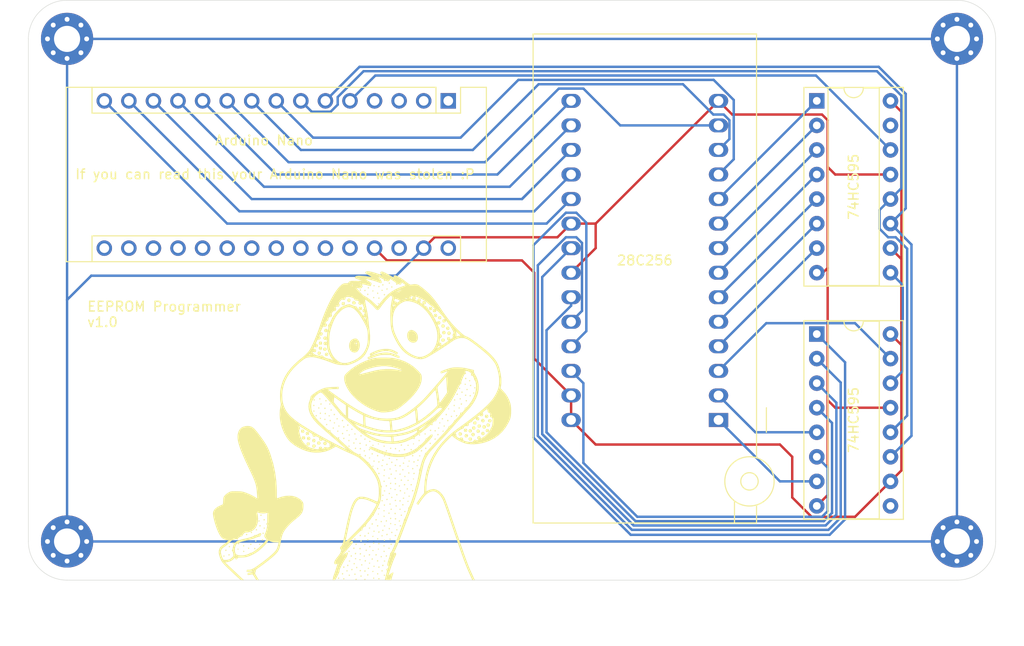
<source format=kicad_pcb>
(kicad_pcb (version 20171130) (host pcbnew 5.1.10)
  (layers (0 F.Cu signal) (31 B.Cu signal) (34 B.Paste user) (35 F.Paste user) (36 B.SilkS user) (37 F.SilkS user) (38 B.Mask user) (39 F.Mask user) (44 Edge.Cuts user))
  (net 0 "")
  (net 1 "Net-(A1-Pad16)")
  (net 2 "Net-(A1-Pad15)")
  (net 3 "Net-(A1-Pad30)")
  (net 4 "Net-(A1-Pad14)")
  (net 5 GND)
  (net 6 "Net-(A1-Pad13)")
  (net 7 "Net-(A1-Pad28)")
  (net 8 "Net-(A1-Pad12)")
  (net 9 VCC)
  (net 10 "Net-(A1-Pad11)")
  (net 11 "Net-(A1-Pad26)")
  (net 12 "Net-(A1-Pad10)")
  (net 13 "Net-(A1-Pad25)")
  (net 14 "Net-(A1-Pad9)")
  (net 15 "Net-(A1-Pad24)")
  (net 16 "Net-(A1-Pad8)")
  (net 17 "Net-(A1-Pad23)")
  (net 18 "Net-(A1-Pad7)")
  (net 19 "Net-(A1-Pad22)")
  (net 20 "Net-(A1-Pad6)")
  (net 21 "Net-(A1-Pad21)")
  (net 22 "Net-(A1-Pad5)")
  (net 23 "Net-(A1-Pad20)")
  (net 24 "Net-(A1-Pad4)")
  (net 25 "Net-(A1-Pad19)")
  (net 26 "Net-(A1-Pad3)")
  (net 27 "Net-(A1-Pad18)")
  (net 28 "Net-(A1-Pad2)")
  (net 29 "Net-(A1-Pad17)")
  (net 30 "Net-(A1-Pad1)")
  (net 31 "Net-(U1-Pad15)")
  (net 32 "Net-(U1-Pad7)")
  (net 33 "Net-(U1-Pad6)")
  (net 34 "Net-(U1-Pad5)")
  (net 35 "Net-(U1-Pad4)")
  (net 36 "Net-(U1-Pad3)")
  (net 37 "Net-(U1-Pad2)")
  (net 38 "Net-(U1-Pad9)")
  (net 39 "Net-(U1-Pad1)")
  (net 40 "Net-(U2-Pad15)")
  (net 41 "Net-(U2-Pad7)")
  (net 42 "Net-(U2-Pad6)")
  (net 43 "Net-(U2-Pad5)")
  (net 44 "Net-(U2-Pad4)")
  (net 45 "Net-(U2-Pad3)")
  (net 46 "Net-(U2-Pad2)")
  (net 47 "Net-(U2-Pad9)")
  (net 48 "Net-(U2-Pad1)")
  (module personalLIB:timon_31x32 (layer F.Cu) (at 131.985 105.92)
    (fp_text reference G*** hide)
    (fp_text value LOGO hide)
  )
  (module MountingHole:MountingHole_2.7mm_Pad_Via (layer F.Cu) (at 101.485 117.92)
    (fp_text reference H4 hide)
    (fp_text value MountingHole_Pad)
    (pad 1 thru_hole circle (at 1.431891 -1.431891) (size 0.8 0.8) (drill 0.5) (layers *.Cu *.Mask) (net 5 GND))
    (pad 1 thru_hole circle (at 0 -2.025) (size 0.8 0.8) (drill 0.5) (layers *.Cu *.Mask) (net 5 GND))
    (pad 1 thru_hole circle (at -1.431891 -1.431891) (size 0.8 0.8) (drill 0.5) (layers *.Cu *.Mask) (net 5 GND))
    (pad 1 thru_hole circle (at -2.025 0) (size 0.8 0.8) (drill 0.5) (layers *.Cu *.Mask) (net 5 GND))
    (pad 1 thru_hole circle (at -1.431891 1.431891) (size 0.8 0.8) (drill 0.5) (layers *.Cu *.Mask) (net 5 GND))
    (pad 1 thru_hole circle (at 0 2.025) (size 0.8 0.8) (drill 0.5) (layers *.Cu *.Mask) (net 5 GND))
    (pad 1 thru_hole circle (at 1.431891 1.431891) (size 0.8 0.8) (drill 0.5) (layers *.Cu *.Mask) (net 5 GND))
    (pad 1 thru_hole circle (at 2.025 0) (size 0.8 0.8) (drill 0.5) (layers *.Cu *.Mask) (net 5 GND))
    (pad 1 thru_hole circle (at 0 0) (size 5.4 5.4) (drill 2.7) (layers *.Cu *.Mask) (net 5 GND))
  )
  (module MountingHole:MountingHole_2.7mm_Pad_Via (layer F.Cu) (at 193.485 117.92)
    (fp_text reference H3 hide)
    (fp_text value MountingHole_Pad)
    (pad 1 thru_hole circle (at 1.431891 -1.431891) (size 0.8 0.8) (drill 0.5) (layers *.Cu *.Mask) (net 5 GND))
    (pad 1 thru_hole circle (at 0 -2.025) (size 0.8 0.8) (drill 0.5) (layers *.Cu *.Mask) (net 5 GND))
    (pad 1 thru_hole circle (at -1.431891 -1.431891) (size 0.8 0.8) (drill 0.5) (layers *.Cu *.Mask) (net 5 GND))
    (pad 1 thru_hole circle (at -2.025 0) (size 0.8 0.8) (drill 0.5) (layers *.Cu *.Mask) (net 5 GND))
    (pad 1 thru_hole circle (at -1.431891 1.431891) (size 0.8 0.8) (drill 0.5) (layers *.Cu *.Mask) (net 5 GND))
    (pad 1 thru_hole circle (at 0 2.025) (size 0.8 0.8) (drill 0.5) (layers *.Cu *.Mask) (net 5 GND))
    (pad 1 thru_hole circle (at 1.431891 1.431891) (size 0.8 0.8) (drill 0.5) (layers *.Cu *.Mask) (net 5 GND))
    (pad 1 thru_hole circle (at 2.025 0) (size 0.8 0.8) (drill 0.5) (layers *.Cu *.Mask) (net 5 GND))
    (pad 1 thru_hole circle (at 0 0) (size 5.4 5.4) (drill 2.7) (layers *.Cu *.Mask) (net 5 GND))
  )
  (module MountingHole:MountingHole_2.7mm_Pad_Via (layer F.Cu) (at 193.485 65.92)
    (fp_text reference H2 hide)
    (fp_text value MountingHole_Pad)
    (pad 1 thru_hole circle (at 1.431891 -1.431891) (size 0.8 0.8) (drill 0.5) (layers *.Cu *.Mask) (net 5 GND))
    (pad 1 thru_hole circle (at 0 -2.025) (size 0.8 0.8) (drill 0.5) (layers *.Cu *.Mask) (net 5 GND))
    (pad 1 thru_hole circle (at -1.431891 -1.431891) (size 0.8 0.8) (drill 0.5) (layers *.Cu *.Mask) (net 5 GND))
    (pad 1 thru_hole circle (at -2.025 0) (size 0.8 0.8) (drill 0.5) (layers *.Cu *.Mask) (net 5 GND))
    (pad 1 thru_hole circle (at -1.431891 1.431891) (size 0.8 0.8) (drill 0.5) (layers *.Cu *.Mask) (net 5 GND))
    (pad 1 thru_hole circle (at 0 2.025) (size 0.8 0.8) (drill 0.5) (layers *.Cu *.Mask) (net 5 GND))
    (pad 1 thru_hole circle (at 1.431891 1.431891) (size 0.8 0.8) (drill 0.5) (layers *.Cu *.Mask) (net 5 GND))
    (pad 1 thru_hole circle (at 2.025 0) (size 0.8 0.8) (drill 0.5) (layers *.Cu *.Mask) (net 5 GND))
    (pad 1 thru_hole circle (at 0 0) (size 5.4 5.4) (drill 2.7) (layers *.Cu *.Mask) (net 5 GND))
  )
  (module MountingHole:MountingHole_2.7mm_Pad_Via (layer F.Cu) (at 101.485 65.92)
    (fp_text reference H1 hide)
    (fp_text value MountingHole_Pad)
    (pad 1 thru_hole circle (at 1.431891 -1.431891) (size 0.8 0.8) (drill 0.5) (layers *.Cu *.Mask) (net 5 GND))
    (pad 1 thru_hole circle (at 0 -2.025) (size 0.8 0.8) (drill 0.5) (layers *.Cu *.Mask) (net 5 GND))
    (pad 1 thru_hole circle (at -1.431891 -1.431891) (size 0.8 0.8) (drill 0.5) (layers *.Cu *.Mask) (net 5 GND))
    (pad 1 thru_hole circle (at -2.025 0) (size 0.8 0.8) (drill 0.5) (layers *.Cu *.Mask) (net 5 GND))
    (pad 1 thru_hole circle (at -1.431891 1.431891) (size 0.8 0.8) (drill 0.5) (layers *.Cu *.Mask) (net 5 GND))
    (pad 1 thru_hole circle (at 0 2.025) (size 0.8 0.8) (drill 0.5) (layers *.Cu *.Mask) (net 5 GND))
    (pad 1 thru_hole circle (at 1.431891 1.431891) (size 0.8 0.8) (drill 0.5) (layers *.Cu *.Mask) (net 5 GND))
    (pad 1 thru_hole circle (at 2.025 0) (size 0.8 0.8) (drill 0.5) (layers *.Cu *.Mask) (net 5 GND))
    (pad 1 thru_hole circle (at 0 0) (size 5.4 5.4) (drill 2.7) (layers *.Cu *.Mask) (net 5 GND))
  )
  (module Socket:DIP_Socket-28_W11.9_W12.7_W15.24_W17.78_W18.5_3M_228-1277-00-0602J (layer F.Cu) (at 168.835 105.35 180)
    (fp_text reference 28C256 (at 7.62 16.51) (layer F.SilkS))
    (fp_text value 28C256)
    (pad 15 thru_hole oval (at 15.24 33.02 180) (size 2 1.44) (drill 1) (layers *.Cu *.Mask) (net 10 "Net-(A1-Pad11)"))
    (pad 14 thru_hole oval (at 0 33.02 180) (size 2 1.44) (drill 1) (layers *.Cu *.Mask) (net 5 GND))
    (pad 16 thru_hole oval (at 15.24 30.48 180) (size 2 1.44) (drill 1) (layers *.Cu *.Mask) (net 8 "Net-(A1-Pad12)"))
    (pad 13 thru_hole oval (at 0 30.48 180) (size 2 1.44) (drill 1) (layers *.Cu *.Mask) (net 12 "Net-(A1-Pad10)"))
    (pad 17 thru_hole oval (at 15.24 27.94 180) (size 2 1.44) (drill 1) (layers *.Cu *.Mask) (net 6 "Net-(A1-Pad13)"))
    (pad 12 thru_hole oval (at 0 27.94 180) (size 2 1.44) (drill 1) (layers *.Cu *.Mask) (net 14 "Net-(A1-Pad9)"))
    (pad 18 thru_hole oval (at 15.24 25.4 180) (size 2 1.44) (drill 1) (layers *.Cu *.Mask) (net 4 "Net-(A1-Pad14)"))
    (pad 11 thru_hole oval (at 0 25.4 180) (size 2 1.44) (drill 1) (layers *.Cu *.Mask) (net 16 "Net-(A1-Pad8)"))
    (pad 19 thru_hole oval (at 15.24 22.86 180) (size 2 1.44) (drill 1) (layers *.Cu *.Mask) (net 2 "Net-(A1-Pad15)"))
    (pad 10 thru_hole oval (at 0 22.86 180) (size 2 1.44) (drill 1) (layers *.Cu *.Mask) (net 39 "Net-(U1-Pad1)"))
    (pad 20 thru_hole oval (at 15.24 20.32 180) (size 2 1.44) (drill 1) (layers *.Cu *.Mask) (net 5 GND))
    (pad 9 thru_hole oval (at 0 20.32 180) (size 2 1.44) (drill 1) (layers *.Cu *.Mask) (net 37 "Net-(U1-Pad2)"))
    (pad 21 thru_hole oval (at 15.24 17.78 180) (size 2 1.44) (drill 1) (layers *.Cu *.Mask) (net 45 "Net-(U2-Pad3)"))
    (pad 8 thru_hole oval (at 0 17.78 180) (size 2 1.44) (drill 1) (layers *.Cu *.Mask) (net 36 "Net-(U1-Pad3)"))
    (pad 22 thru_hole oval (at 15.24 15.24 180) (size 2 1.44) (drill 1) (layers *.Cu *.Mask) (net 5 GND))
    (pad 7 thru_hole oval (at 0 15.24 180) (size 2 1.44) (drill 1) (layers *.Cu *.Mask) (net 35 "Net-(U1-Pad4)"))
    (pad 23 thru_hole oval (at 15.24 12.7 180) (size 2 1.44) (drill 1) (layers *.Cu *.Mask) (net 44 "Net-(U2-Pad4)"))
    (pad 6 thru_hole oval (at 0 12.7 180) (size 2 1.44) (drill 1) (layers *.Cu *.Mask) (net 34 "Net-(U1-Pad5)"))
    (pad 24 thru_hole oval (at 15.24 10.16 180) (size 2 1.44) (drill 1) (layers *.Cu *.Mask) (net 46 "Net-(U2-Pad2)"))
    (pad 5 thru_hole oval (at 0 10.16 180) (size 2 1.44) (drill 1) (layers *.Cu *.Mask) (net 33 "Net-(U1-Pad6)"))
    (pad 25 thru_hole oval (at 15.24 7.62 180) (size 2 1.44) (drill 1) (layers *.Cu *.Mask) (net 48 "Net-(U2-Pad1)"))
    (pad 4 thru_hole oval (at 0 7.62 180) (size 2 1.44) (drill 1) (layers *.Cu *.Mask) (net 32 "Net-(U1-Pad7)"))
    (pad 26 thru_hole oval (at 15.24 5.08 180) (size 2 1.44) (drill 1) (layers *.Cu *.Mask) (net 42 "Net-(U2-Pad6)"))
    (pad 3 thru_hole oval (at 0 5.08 180) (size 2 1.44) (drill 1) (layers *.Cu *.Mask) (net 40 "Net-(U2-Pad15)"))
    (pad 27 thru_hole oval (at 15.24 2.54 180) (size 2 1.44) (drill 1) (layers *.Cu *.Mask) (net 9 VCC))
    (pad 2 thru_hole oval (at 0 2.54 180) (size 2 1.44) (drill 1) (layers *.Cu *.Mask) (net 43 "Net-(U2-Pad5)"))
    (pad 28 thru_hole oval (at 15.24 0 180) (size 2 1.44) (drill 1) (layers *.Cu *.Mask) (net 9 VCC))
    (pad 1 thru_hole rect (at 0 0 180) (size 2 1.44) (drill 1) (layers *.Cu *.Mask) (net 41 "Net-(U2-Pad7)"))
  )
  (module Package_DIP:DIP-16_W7.62mm_Socket (layer F.Cu) (at 178.995 72.33)
    (fp_text reference 74HC595 (at 3.81 8.89 -90) (layer F.SilkS))
    (fp_text value 74HC595)
    (pad 16 thru_hole oval (at 7.62 0) (size 1.6 1.6) (drill 0.8) (layers *.Cu *.Mask) (net 9 VCC))
    (pad 8 thru_hole oval (at 0 17.78) (size 1.6 1.6) (drill 0.8) (layers *.Cu *.Mask) (net 5 GND))
    (pad 15 thru_hole oval (at 7.62 2.54) (size 1.6 1.6) (drill 0.8) (layers *.Cu *.Mask) (net 31 "Net-(U1-Pad15)"))
    (pad 7 thru_hole oval (at 0 15.24) (size 1.6 1.6) (drill 0.8) (layers *.Cu *.Mask) (net 32 "Net-(U1-Pad7)"))
    (pad 14 thru_hole oval (at 7.62 5.08) (size 1.6 1.6) (drill 0.8) (layers *.Cu *.Mask) (net 22 "Net-(A1-Pad5)"))
    (pad 6 thru_hole oval (at 0 12.7) (size 1.6 1.6) (drill 0.8) (layers *.Cu *.Mask) (net 33 "Net-(U1-Pad6)"))
    (pad 13 thru_hole oval (at 7.62 7.62) (size 1.6 1.6) (drill 0.8) (layers *.Cu *.Mask) (net 5 GND))
    (pad 5 thru_hole oval (at 0 10.16) (size 1.6 1.6) (drill 0.8) (layers *.Cu *.Mask) (net 34 "Net-(U1-Pad5)"))
    (pad 12 thru_hole oval (at 7.62 10.16) (size 1.6 1.6) (drill 0.8) (layers *.Cu *.Mask) (net 18 "Net-(A1-Pad7)"))
    (pad 4 thru_hole oval (at 0 7.62) (size 1.6 1.6) (drill 0.8) (layers *.Cu *.Mask) (net 35 "Net-(U1-Pad4)"))
    (pad 11 thru_hole oval (at 7.62 12.7) (size 1.6 1.6) (drill 0.8) (layers *.Cu *.Mask) (net 20 "Net-(A1-Pad6)"))
    (pad 3 thru_hole oval (at 0 5.08) (size 1.6 1.6) (drill 0.8) (layers *.Cu *.Mask) (net 36 "Net-(U1-Pad3)"))
    (pad 10 thru_hole oval (at 7.62 15.24) (size 1.6 1.6) (drill 0.8) (layers *.Cu *.Mask) (net 9 VCC))
    (pad 2 thru_hole oval (at 0 2.54) (size 1.6 1.6) (drill 0.8) (layers *.Cu *.Mask) (net 37 "Net-(U1-Pad2)"))
    (pad 9 thru_hole oval (at 7.62 17.78) (size 1.6 1.6) (drill 0.8) (layers *.Cu *.Mask) (net 38 "Net-(U1-Pad9)"))
    (pad 1 thru_hole rect (at 0 0) (size 1.6 1.6) (drill 0.8) (layers *.Cu *.Mask) (net 39 "Net-(U1-Pad1)"))
  )
  (module Package_DIP:DIP-16_W7.62mm_Socket (layer F.Cu) (at 178.995 96.46)
    (fp_text reference 74HC595 (at 3.81 8.89 -90) (layer F.SilkS))
    (fp_text value 74HC595)
    (pad 16 thru_hole oval (at 7.62 0) (size 1.6 1.6) (drill 0.8) (layers *.Cu *.Mask) (net 9 VCC))
    (pad 8 thru_hole oval (at 0 17.78) (size 1.6 1.6) (drill 0.8) (layers *.Cu *.Mask) (net 5 GND))
    (pad 15 thru_hole oval (at 7.62 2.54) (size 1.6 1.6) (drill 0.8) (layers *.Cu *.Mask) (net 40 "Net-(U2-Pad15)"))
    (pad 7 thru_hole oval (at 0 15.24) (size 1.6 1.6) (drill 0.8) (layers *.Cu *.Mask) (net 41 "Net-(U2-Pad7)"))
    (pad 14 thru_hole oval (at 7.62 5.08) (size 1.6 1.6) (drill 0.8) (layers *.Cu *.Mask) (net 38 "Net-(U1-Pad9)"))
    (pad 6 thru_hole oval (at 0 12.7) (size 1.6 1.6) (drill 0.8) (layers *.Cu *.Mask) (net 42 "Net-(U2-Pad6)"))
    (pad 13 thru_hole oval (at 7.62 7.62) (size 1.6 1.6) (drill 0.8) (layers *.Cu *.Mask) (net 5 GND))
    (pad 5 thru_hole oval (at 0 10.16) (size 1.6 1.6) (drill 0.8) (layers *.Cu *.Mask) (net 43 "Net-(U2-Pad5)"))
    (pad 12 thru_hole oval (at 7.62 10.16) (size 1.6 1.6) (drill 0.8) (layers *.Cu *.Mask) (net 18 "Net-(A1-Pad7)"))
    (pad 4 thru_hole oval (at 0 7.62) (size 1.6 1.6) (drill 0.8) (layers *.Cu *.Mask) (net 44 "Net-(U2-Pad4)"))
    (pad 11 thru_hole oval (at 7.62 12.7) (size 1.6 1.6) (drill 0.8) (layers *.Cu *.Mask) (net 20 "Net-(A1-Pad6)"))
    (pad 3 thru_hole oval (at 0 5.08) (size 1.6 1.6) (drill 0.8) (layers *.Cu *.Mask) (net 45 "Net-(U2-Pad3)"))
    (pad 10 thru_hole oval (at 7.62 15.24) (size 1.6 1.6) (drill 0.8) (layers *.Cu *.Mask) (net 9 VCC))
    (pad 2 thru_hole oval (at 0 2.54) (size 1.6 1.6) (drill 0.8) (layers *.Cu *.Mask) (net 46 "Net-(U2-Pad2)"))
    (pad 9 thru_hole oval (at 7.62 17.78) (size 1.6 1.6) (drill 0.8) (layers *.Cu *.Mask) (net 47 "Net-(U2-Pad9)"))
    (pad 1 thru_hole rect (at 0 0) (size 1.6 1.6) (drill 0.8) (layers *.Cu *.Mask) (net 48 "Net-(U2-Pad1)"))
  )
  (module Module:Arduino_Nano (layer F.Cu) (at 140.895 72.33 270)
    (fp_text reference "Arduino Nano" (at 4.09 19.05 180) (layer F.SilkS))
    (fp_text value Arduino_Nano_v3.x)
    (pad 16 thru_hole oval (at 15.24 35.56 270) (size 1.6 1.6) (drill 1) (layers *.Cu *.Mask) (net 1 "Net-(A1-Pad16)"))
    (pad 15 thru_hole oval (at 0 35.56 270) (size 1.6 1.6) (drill 1) (layers *.Cu *.Mask) (net 2 "Net-(A1-Pad15)"))
    (pad 30 thru_hole oval (at 15.24 0 270) (size 1.6 1.6) (drill 1) (layers *.Cu *.Mask) (net 3 "Net-(A1-Pad30)"))
    (pad 14 thru_hole oval (at 0 33.02 270) (size 1.6 1.6) (drill 1) (layers *.Cu *.Mask) (net 4 "Net-(A1-Pad14)"))
    (pad 29 thru_hole oval (at 15.24 2.54 270) (size 1.6 1.6) (drill 1) (layers *.Cu *.Mask) (net 5 GND))
    (pad 13 thru_hole oval (at 0 30.48 270) (size 1.6 1.6) (drill 1) (layers *.Cu *.Mask) (net 6 "Net-(A1-Pad13)"))
    (pad 28 thru_hole oval (at 15.24 5.08 270) (size 1.6 1.6) (drill 1) (layers *.Cu *.Mask) (net 7 "Net-(A1-Pad28)"))
    (pad 12 thru_hole oval (at 0 27.94 270) (size 1.6 1.6) (drill 1) (layers *.Cu *.Mask) (net 8 "Net-(A1-Pad12)"))
    (pad 27 thru_hole oval (at 15.24 7.62 270) (size 1.6 1.6) (drill 1) (layers *.Cu *.Mask) (net 9 VCC))
    (pad 11 thru_hole oval (at 0 25.4 270) (size 1.6 1.6) (drill 1) (layers *.Cu *.Mask) (net 10 "Net-(A1-Pad11)"))
    (pad 26 thru_hole oval (at 15.24 10.16 270) (size 1.6 1.6) (drill 1) (layers *.Cu *.Mask) (net 11 "Net-(A1-Pad26)"))
    (pad 10 thru_hole oval (at 0 22.86 270) (size 1.6 1.6) (drill 1) (layers *.Cu *.Mask) (net 12 "Net-(A1-Pad10)"))
    (pad 25 thru_hole oval (at 15.24 12.7 270) (size 1.6 1.6) (drill 1) (layers *.Cu *.Mask) (net 13 "Net-(A1-Pad25)"))
    (pad 9 thru_hole oval (at 0 20.32 270) (size 1.6 1.6) (drill 1) (layers *.Cu *.Mask) (net 14 "Net-(A1-Pad9)"))
    (pad 24 thru_hole oval (at 15.24 15.24 270) (size 1.6 1.6) (drill 1) (layers *.Cu *.Mask) (net 15 "Net-(A1-Pad24)"))
    (pad 8 thru_hole oval (at 0 17.78 270) (size 1.6 1.6) (drill 1) (layers *.Cu *.Mask) (net 16 "Net-(A1-Pad8)"))
    (pad 23 thru_hole oval (at 15.24 17.78 270) (size 1.6 1.6) (drill 1) (layers *.Cu *.Mask) (net 17 "Net-(A1-Pad23)"))
    (pad 7 thru_hole oval (at 0 15.24 270) (size 1.6 1.6) (drill 1) (layers *.Cu *.Mask) (net 18 "Net-(A1-Pad7)"))
    (pad 22 thru_hole oval (at 15.24 20.32 270) (size 1.6 1.6) (drill 1) (layers *.Cu *.Mask) (net 19 "Net-(A1-Pad22)"))
    (pad 6 thru_hole oval (at 0 12.7 270) (size 1.6 1.6) (drill 1) (layers *.Cu *.Mask) (net 20 "Net-(A1-Pad6)"))
    (pad 21 thru_hole oval (at 15.24 22.86 270) (size 1.6 1.6) (drill 1) (layers *.Cu *.Mask) (net 21 "Net-(A1-Pad21)"))
    (pad 5 thru_hole oval (at 0 10.16 270) (size 1.6 1.6) (drill 1) (layers *.Cu *.Mask) (net 22 "Net-(A1-Pad5)"))
    (pad 20 thru_hole oval (at 15.24 25.4 270) (size 1.6 1.6) (drill 1) (layers *.Cu *.Mask) (net 23 "Net-(A1-Pad20)"))
    (pad 4 thru_hole oval (at 0 7.62 270) (size 1.6 1.6) (drill 1) (layers *.Cu *.Mask) (net 24 "Net-(A1-Pad4)"))
    (pad 19 thru_hole oval (at 15.24 27.94 270) (size 1.6 1.6) (drill 1) (layers *.Cu *.Mask) (net 25 "Net-(A1-Pad19)"))
    (pad 3 thru_hole oval (at 0 5.08 270) (size 1.6 1.6) (drill 1) (layers *.Cu *.Mask) (net 26 "Net-(A1-Pad3)"))
    (pad 18 thru_hole oval (at 15.24 30.48 270) (size 1.6 1.6) (drill 1) (layers *.Cu *.Mask) (net 27 "Net-(A1-Pad18)"))
    (pad 2 thru_hole oval (at 0 2.54 270) (size 1.6 1.6) (drill 1) (layers *.Cu *.Mask) (net 28 "Net-(A1-Pad2)"))
    (pad 17 thru_hole oval (at 15.24 33.02 270) (size 1.6 1.6) (drill 1) (layers *.Cu *.Mask) (net 29 "Net-(A1-Pad17)"))
    (pad 1 thru_hole rect (at 0 0 270) (size 1.6 1.6) (drill 1) (layers *.Cu *.Mask) (net 30 "Net-(A1-Pad1)"))
  )
  (gr_text "If you can read this your Arduino Nano was stolen :P" (at 122.985 79.92) (layer F.SilkS) (effects (font (size 1 1))))
  (gr_text "EEPROM Programmer\nv1.0" (at 103.485 94.42) (layer F.SilkS) (effects (font (size 1 1)) (justify left)))
  (gr_arc (start 193.485 117.92) (end 193.485 121.92) (angle -90) (layer Edge.Cuts) (width 0.05))
  (gr_arc (start 101.485 117.92) (end 97.485 117.92) (angle -90) (layer Edge.Cuts) (width 0.05))
  (gr_arc (start 193.485 65.92) (end 197.485 65.92) (angle -90) (layer Edge.Cuts) (width 0.05))
  (gr_arc (start 101.485 65.92) (end 101.485 61.92) (angle -90) (layer Edge.Cuts) (width 0.05))
  (gr_line (start 193.485 61.92) (end 101.485 61.92) (layer Edge.Cuts) (width 0.05))
  (gr_line (start 97.485 117.92) (end 97.485 65.92) (layer Edge.Cuts) (width 0.05))
  (gr_line (start 197.485 65.92) (end 197.485 117.92) (layer Edge.Cuts) (width 0.05))
  (gr_line (start 101.485 121.92) (end 193.485 121.92) (layer Edge.Cuts) (width 0.05))
  (segment (start 151.055 85.03) (end 153.595 82.49) (width 0.25) (layer B.Cu) (net 2))
  (segment (start 118.035 85.03) (end 151.055 85.03) (width 0.25) (layer B.Cu) (net 2))
  (segment (start 105.335 72.33) (end 118.035 85.03) (width 0.25) (layer B.Cu) (net 2))
  (segment (start 152.325 81.22) (end 153.595 79.95) (width 0.25) (layer B.Cu) (net 4))
  (segment (start 107.875 72.33) (end 119.305 83.76) (width 0.25) (layer B.Cu) (net 4))
  (segment (start 149.785 83.76) (end 152.325 81.22) (width 0.25) (layer B.Cu) (net 4))
  (segment (start 119.305 83.76) (end 149.785 83.76) (width 0.25) (layer B.Cu) (net 4))
  (segment (start 152.469999 86.155001) (end 153.595 85.03) (width 0.25) (layer F.Cu) (net 5))
  (segment (start 156.135 85.03) (end 168.835 72.33) (width 0.25) (layer F.Cu) (net 5))
  (segment (start 153.595 85.03) (end 156.135 85.03) (width 0.25) (layer F.Cu) (net 5))
  (segment (start 152.180001 86.444999) (end 152.469999 86.155001) (width 0.25) (layer F.Cu) (net 5))
  (segment (start 139.480001 86.444999) (end 152.180001 86.444999) (width 0.25) (layer F.Cu) (net 5))
  (segment (start 138.355 87.57) (end 139.480001 86.444999) (width 0.25) (layer F.Cu) (net 5))
  (segment (start 156.135 87.57) (end 153.595 90.11) (width 0.25) (layer F.Cu) (net 5))
  (segment (start 156.135 85.03) (end 156.135 87.57) (width 0.25) (layer F.Cu) (net 5))
  (segment (start 180.120001 113.114999) (end 178.995 114.24) (width 0.25) (layer F.Cu) (net 5))
  (segment (start 179.535001 73.744999) (end 180.120001 74.329999) (width 0.25) (layer F.Cu) (net 5))
  (segment (start 170.249999 73.744999) (end 179.535001 73.744999) (width 0.25) (layer F.Cu) (net 5))
  (segment (start 168.835 72.33) (end 170.249999 73.744999) (width 0.25) (layer F.Cu) (net 5))
  (segment (start 180.9 79.95) (end 180.120001 79.170001) (width 0.25) (layer F.Cu) (net 5))
  (segment (start 186.615 79.95) (end 180.9 79.95) (width 0.25) (layer F.Cu) (net 5))
  (segment (start 180.120001 74.329999) (end 180.120001 79.170001) (width 0.25) (layer F.Cu) (net 5))
  (segment (start 179.63 90.11) (end 180.120001 89.619999) (width 0.25) (layer F.Cu) (net 5))
  (segment (start 178.995 90.11) (end 179.63 90.11) (width 0.25) (layer F.Cu) (net 5))
  (segment (start 180.120001 79.170001) (end 180.120001 89.619999) (width 0.25) (layer F.Cu) (net 5))
  (segment (start 186.615 104.08) (end 180.9 104.08) (width 0.25) (layer F.Cu) (net 5))
  (segment (start 180.9 104.08) (end 180.120001 103.300001) (width 0.25) (layer F.Cu) (net 5))
  (segment (start 180.120001 103.300001) (end 180.120001 113.114999) (width 0.25) (layer F.Cu) (net 5))
  (segment (start 180.120001 89.619999) (end 180.120001 103.300001) (width 0.25) (layer F.Cu) (net 5))
  (segment (start 101.485 92.92) (end 103.985 90.42) (width 0.25) (layer B.Cu) (net 5))
  (segment (start 135.505 90.42) (end 138.355 87.57) (width 0.25) (layer B.Cu) (net 5))
  (segment (start 103.985 90.42) (end 135.505 90.42) (width 0.25) (layer B.Cu) (net 5))
  (segment (start 101.485 117.92) (end 101.485 92.92) (width 0.25) (layer B.Cu) (net 5))
  (segment (start 101.485 64.636297) (end 101.485 65.92) (width 0.25) (layer B.Cu) (net 5))
  (segment (start 101.485 92.92) (end 101.485 64.636297) (width 0.25) (layer B.Cu) (net 5))
  (segment (start 101.485 65.92) (end 193.485 65.92) (width 0.25) (layer B.Cu) (net 5))
  (segment (start 193.485 65.92) (end 193.485 117.92) (width 0.25) (layer B.Cu) (net 5))
  (segment (start 193.485 117.92) (end 101.485 117.92) (width 0.25) (layer B.Cu) (net 5))
  (segment (start 151.055 79.95) (end 153.595 77.41) (width 0.25) (layer B.Cu) (net 6))
  (segment (start 110.415 72.33) (end 120.575 82.49) (width 0.25) (layer B.Cu) (net 6))
  (segment (start 120.575 82.49) (end 148.515 82.49) (width 0.25) (layer B.Cu) (net 6))
  (segment (start 151.055 79.95) (end 148.515 82.49) (width 0.25) (layer B.Cu) (net 6))
  (segment (start 148.515 82.49) (end 149.785 81.22) (width 0.25) (layer B.Cu) (net 6))
  (segment (start 149.785 78.68) (end 153.595 74.87) (width 0.25) (layer B.Cu) (net 8))
  (segment (start 112.955 72.33) (end 121.845 81.22) (width 0.25) (layer B.Cu) (net 8))
  (segment (start 147.245 81.22) (end 149.785 78.68) (width 0.25) (layer B.Cu) (net 8))
  (segment (start 121.845 81.22) (end 147.245 81.22) (width 0.25) (layer B.Cu) (net 8))
  (segment (start 153.595 102.81) (end 153.595 105.35) (width 0.25) (layer F.Cu) (net 9))
  (segment (start 134.545 88.84) (end 133.275 87.57) (width 0.25) (layer F.Cu) (net 9))
  (segment (start 148.515 88.84) (end 134.545 88.84) (width 0.25) (layer F.Cu) (net 9))
  (segment (start 149.785 90.11) (end 148.515 88.84) (width 0.25) (layer F.Cu) (net 9))
  (segment (start 149.785 99) (end 149.785 90.11) (width 0.25) (layer F.Cu) (net 9))
  (segment (start 153.595 102.81) (end 149.785 99) (width 0.25) (layer F.Cu) (net 9))
  (segment (start 187.740001 73.455001) (end 186.615 72.33) (width 0.25) (layer F.Cu) (net 9))
  (segment (start 187.740001 86.444999) (end 187.740001 73.455001) (width 0.25) (layer F.Cu) (net 9))
  (segment (start 186.615 111.7) (end 187.740001 110.574999) (width 0.25) (layer F.Cu) (net 9))
  (segment (start 186.615 96.46) (end 187.740001 97.585001) (width 0.25) (layer F.Cu) (net 9))
  (segment (start 187.740001 97.585001) (end 187.740001 95.334999) (width 0.25) (layer F.Cu) (net 9))
  (segment (start 187.740001 110.574999) (end 187.740001 97.585001) (width 0.25) (layer F.Cu) (net 9))
  (segment (start 186.615 87.57) (end 187.740001 88.695001) (width 0.25) (layer F.Cu) (net 9))
  (segment (start 187.740001 88.695001) (end 187.740001 86.444999) (width 0.25) (layer F.Cu) (net 9))
  (segment (start 187.740001 95.334999) (end 187.740001 88.695001) (width 0.25) (layer F.Cu) (net 9))
  (segment (start 178.454999 115.365001) (end 176.455 113.365002) (width 0.25) (layer F.Cu) (net 9))
  (segment (start 182.949999 115.365001) (end 178.454999 115.365001) (width 0.25) (layer F.Cu) (net 9))
  (segment (start 186.615 111.7) (end 182.949999 115.365001) (width 0.25) (layer F.Cu) (net 9))
  (segment (start 156.135 107.89) (end 153.595 105.35) (width 0.25) (layer F.Cu) (net 9))
  (segment (start 176.455 109.16) (end 175.185 107.89) (width 0.25) (layer F.Cu) (net 9))
  (segment (start 176.455 113.365002) (end 176.455 109.16) (width 0.25) (layer F.Cu) (net 9))
  (segment (start 175.185 107.89) (end 156.135 107.89) (width 0.25) (layer F.Cu) (net 9))
  (segment (start 148.515 77.41) (end 153.595 72.33) (width 0.25) (layer B.Cu) (net 10))
  (segment (start 115.495 72.33) (end 123.115 79.95) (width 0.25) (layer B.Cu) (net 10))
  (segment (start 123.115 79.95) (end 145.975 79.95) (width 0.25) (layer B.Cu) (net 10))
  (segment (start 145.975 79.95) (end 148.515 77.41) (width 0.25) (layer B.Cu) (net 10))
  (segment (start 158.675 74.87) (end 168.835 74.87) (width 0.25) (layer B.Cu) (net 12))
  (segment (start 154.865 71.06) (end 158.675 74.87) (width 0.25) (layer B.Cu) (net 12))
  (segment (start 144.705 78.68) (end 152.325 71.06) (width 0.25) (layer B.Cu) (net 12))
  (segment (start 152.325 71.06) (end 154.865 71.06) (width 0.25) (layer B.Cu) (net 12))
  (segment (start 124.385 78.68) (end 144.705 78.68) (width 0.25) (layer B.Cu) (net 12))
  (segment (start 118.035 72.33) (end 124.385 78.68) (width 0.25) (layer B.Cu) (net 12))
  (segment (start 125.655 77.41) (end 120.575 72.33) (width 0.25) (layer B.Cu) (net 14))
  (segment (start 143.435 77.41) (end 125.655 77.41) (width 0.25) (layer B.Cu) (net 14))
  (segment (start 150.235009 70.609991) (end 143.435 77.41) (width 0.25) (layer B.Cu) (net 14))
  (segment (start 165.159991 70.609991) (end 150.235009 70.609991) (width 0.25) (layer B.Cu) (net 14))
  (segment (start 168.294999 73.744999) (end 165.159991 70.609991) (width 0.25) (layer B.Cu) (net 14))
  (segment (start 169.960001 74.329999) (end 169.375001 73.744999) (width 0.25) (layer B.Cu) (net 14))
  (segment (start 169.960001 76.284999) (end 169.960001 74.329999) (width 0.25) (layer B.Cu) (net 14))
  (segment (start 169.375001 73.744999) (end 168.294999 73.744999) (width 0.25) (layer B.Cu) (net 14))
  (segment (start 168.835 77.41) (end 169.960001 76.284999) (width 0.25) (layer B.Cu) (net 14))
  (segment (start 142.165 76.14) (end 126.925 76.14) (width 0.25) (layer B.Cu) (net 16))
  (segment (start 126.925 76.14) (end 123.115 72.33) (width 0.25) (layer B.Cu) (net 16))
  (segment (start 148.145018 70.159982) (end 142.165 76.14) (width 0.25) (layer B.Cu) (net 16))
  (segment (start 168.329984 70.159982) (end 148.145018 70.159982) (width 0.25) (layer B.Cu) (net 16))
  (segment (start 170.41001 72.240008) (end 168.329984 70.159982) (width 0.25) (layer B.Cu) (net 16))
  (segment (start 170.41001 78.37499) (end 170.41001 72.240008) (width 0.25) (layer B.Cu) (net 16))
  (segment (start 168.835 79.95) (end 170.41001 78.37499) (width 0.25) (layer B.Cu) (net 16))
  (segment (start 187.740001 105.494999) (end 186.615 106.62) (width 0.25) (layer B.Cu) (net 18))
  (segment (start 188.335009 104.899991) (end 186.615 106.62) (width 0.25) (layer B.Cu) (net 18))
  (segment (start 188.335009 87.625007) (end 188.335009 104.899991) (width 0.25) (layer B.Cu) (net 18))
  (segment (start 187.155001 86.444999) (end 188.335009 87.625007) (width 0.25) (layer B.Cu) (net 18))
  (segment (start 186.364997 86.444999) (end 187.155001 86.444999) (width 0.25) (layer B.Cu) (net 18))
  (segment (start 185.489999 85.570001) (end 186.364997 86.444999) (width 0.25) (layer B.Cu) (net 18))
  (segment (start 185.489999 83.615001) (end 185.489999 85.570001) (width 0.25) (layer B.Cu) (net 18))
  (segment (start 186.615 82.49) (end 185.489999 83.615001) (width 0.25) (layer B.Cu) (net 18))
  (segment (start 129.465 72.725002) (end 129.465 71.934998) (width 0.25) (layer B.Cu) (net 18))
  (segment (start 126.780001 73.455001) (end 128.735001 73.455001) (width 0.25) (layer B.Cu) (net 18))
  (segment (start 128.735001 73.455001) (end 129.465 72.725002) (width 0.25) (layer B.Cu) (net 18))
  (segment (start 125.655 72.33) (end 126.780001 73.455001) (width 0.25) (layer B.Cu) (net 18))
  (segment (start 187.740001 81.364999) (end 186.615 82.49) (width 0.25) (layer B.Cu) (net 18))
  (segment (start 187.740001 71.789999) (end 187.740001 81.364999) (width 0.25) (layer B.Cu) (net 18))
  (segment (start 185.209964 69.259962) (end 187.740001 71.789999) (width 0.25) (layer B.Cu) (net 18))
  (segment (start 132.140036 69.259962) (end 185.209964 69.259962) (width 0.25) (layer B.Cu) (net 18))
  (segment (start 129.465 71.934998) (end 132.140036 69.259962) (width 0.25) (layer B.Cu) (net 18))
  (segment (start 185.396364 68.809952) (end 131.715048 68.809952) (width 0.25) (layer B.Cu) (net 20))
  (segment (start 188.19001 71.603598) (end 185.396364 68.809952) (width 0.25) (layer B.Cu) (net 20))
  (segment (start 188.19001 83.45499) (end 188.19001 71.603598) (width 0.25) (layer B.Cu) (net 20))
  (segment (start 131.715048 68.809952) (end 128.195 72.33) (width 0.25) (layer B.Cu) (net 20))
  (segment (start 186.615 85.03) (end 188.19001 83.45499) (width 0.25) (layer B.Cu) (net 20))
  (segment (start 188.785018 106.989982) (end 186.615 109.16) (width 0.25) (layer B.Cu) (net 20))
  (segment (start 188.785018 87.200018) (end 188.785018 106.989982) (width 0.25) (layer B.Cu) (net 20))
  (segment (start 186.615 85.03) (end 188.785018 87.200018) (width 0.25) (layer B.Cu) (net 20))
  (segment (start 178.914972 69.709972) (end 186.615 77.41) (width 0.25) (layer B.Cu) (net 22))
  (segment (start 133.355028 69.709972) (end 178.914972 69.709972) (width 0.25) (layer B.Cu) (net 22))
  (segment (start 130.735 72.33) (end 133.355028 69.709972) (width 0.25) (layer B.Cu) (net 22))
  (segment (start 178.995 87.57) (end 168.835 97.73) (width 0.25) (layer B.Cu) (net 32))
  (segment (start 168.835 95.19) (end 178.995 85.03) (width 0.25) (layer B.Cu) (net 33))
  (segment (start 178.995 82.49) (end 168.835 92.65) (width 0.25) (layer B.Cu) (net 34))
  (segment (start 168.835 90.11) (end 178.995 79.95) (width 0.25) (layer B.Cu) (net 35))
  (segment (start 178.995 77.41) (end 168.835 87.57) (width 0.25) (layer B.Cu) (net 36))
  (segment (start 178.995 74.87) (end 168.835 85.03) (width 0.25) (layer B.Cu) (net 37))
  (segment (start 186.615 90.11) (end 187.885 91.38) (width 0.25) (layer B.Cu) (net 38))
  (segment (start 187.885 100.27) (end 186.615 101.54) (width 0.25) (layer B.Cu) (net 38))
  (segment (start 187.885 91.38) (end 187.885 100.27) (width 0.25) (layer B.Cu) (net 38))
  (segment (start 178.995 72.33) (end 168.835 82.49) (width 0.25) (layer B.Cu) (net 39))
  (segment (start 182.949999 95.334999) (end 186.615 99) (width 0.25) (layer B.Cu) (net 40))
  (segment (start 173.770001 95.334999) (end 182.949999 95.334999) (width 0.25) (layer B.Cu) (net 40))
  (segment (start 168.835 100.27) (end 173.770001 95.334999) (width 0.25) (layer B.Cu) (net 40))
  (segment (start 175.185 111.7) (end 178.995 111.7) (width 0.25) (layer B.Cu) (net 41))
  (segment (start 168.835 105.35) (end 175.185 111.7) (width 0.25) (layer B.Cu) (net 41))
  (segment (start 154.865 101.54) (end 153.595 100.27) (width 0.25) (layer B.Cu) (net 42))
  (segment (start 154.865 109.79359) (end 154.865 101.54) (width 0.25) (layer B.Cu) (net 42))
  (segment (start 180.120001 110.285001) (end 180.120001 114.780001) (width 0.25) (layer B.Cu) (net 42))
  (segment (start 180.120001 114.780001) (end 179.535001 115.365001) (width 0.25) (layer B.Cu) (net 42))
  (segment (start 178.995 109.16) (end 180.120001 110.285001) (width 0.25) (layer B.Cu) (net 42))
  (segment (start 160.436411 115.365001) (end 159.945705 114.874295) (width 0.25) (layer B.Cu) (net 42))
  (segment (start 179.535001 115.365001) (end 160.436411 115.365001) (width 0.25) (layer B.Cu) (net 42))
  (segment (start 159.945705 114.874295) (end 154.865 109.79359) (width 0.25) (layer B.Cu) (net 42))
  (segment (start 172.645 106.62) (end 168.835 102.81) (width 0.25) (layer B.Cu) (net 43))
  (segment (start 178.995 106.62) (end 172.645 106.62) (width 0.25) (layer B.Cu) (net 43))
  (segment (start 180.57001 114.966402) (end 180.57001 105.65501) (width 0.25) (layer B.Cu) (net 44))
  (segment (start 180.57001 105.65501) (end 178.995 104.08) (width 0.25) (layer B.Cu) (net 44))
  (segment (start 151.055 96.064998) (end 151.055 106.62) (width 0.25) (layer B.Cu) (net 44))
  (segment (start 153.595 93.524998) (end 151.055 96.064998) (width 0.25) (layer B.Cu) (net 44))
  (segment (start 153.595 92.65) (end 153.595 93.524998) (width 0.25) (layer B.Cu) (net 44))
  (segment (start 179.721401 115.815011) (end 180.57001 114.966402) (width 0.25) (layer B.Cu) (net 44))
  (segment (start 160.25001 115.81501) (end 159.945 115.51) (width 0.25) (layer B.Cu) (net 44))
  (segment (start 179.721401 115.815011) (end 160.25001 115.81501) (width 0.25) (layer B.Cu) (net 44))
  (segment (start 151.055 106.62) (end 159.945 115.51) (width 0.25) (layer B.Cu) (net 44))
  (segment (start 150.60499 90.56001) (end 153.595 87.57) (width 0.25) (layer B.Cu) (net 45))
  (segment (start 150.60499 106.8064) (end 150.60499 90.56001) (width 0.25) (layer B.Cu) (net 45))
  (segment (start 181.020019 115.152803) (end 179.9078 116.26502) (width 0.25) (layer B.Cu) (net 45))
  (segment (start 181.020019 103.565019) (end 181.020019 115.152803) (width 0.25) (layer B.Cu) (net 45))
  (segment (start 178.995 101.54) (end 181.020019 103.565019) (width 0.25) (layer B.Cu) (net 45))
  (segment (start 150.736795 106.938205) (end 150.60499 106.8064) (width 0.25) (layer B.Cu) (net 45))
  (segment (start 152.138599 108.340009) (end 150.736795 106.938205) (width 0.25) (layer B.Cu) (net 45))
  (segment (start 160.06361 116.26502) (end 159.944295 116.145705) (width 0.25) (layer B.Cu) (net 45))
  (segment (start 179.9078 116.26502) (end 160.06361 116.26502) (width 0.25) (layer B.Cu) (net 45))
  (segment (start 159.944295 116.145705) (end 150.736795 106.938205) (width 0.25) (layer B.Cu) (net 45))
  (segment (start 154.720001 94.064999) (end 153.595 95.19) (width 0.25) (layer B.Cu) (net 46))
  (segment (start 153.054999 86.444999) (end 154.135001 86.444999) (width 0.25) (layer B.Cu) (net 46))
  (segment (start 154.720001 87.029999) (end 154.720001 94.064999) (width 0.25) (layer B.Cu) (net 46))
  (segment (start 150.15498 89.345018) (end 153.054999 86.444999) (width 0.25) (layer B.Cu) (net 46))
  (segment (start 150.15498 106.9928) (end 150.15498 89.345018) (width 0.25) (layer B.Cu) (net 46))
  (segment (start 159.877209 116.715029) (end 150.15498 106.9928) (width 0.25) (layer B.Cu) (net 46))
  (segment (start 181.470029 115.445029) (end 180.200029 116.715029) (width 0.25) (layer B.Cu) (net 46))
  (segment (start 180.200029 116.715029) (end 159.877209 116.715029) (width 0.25) (layer B.Cu) (net 46))
  (segment (start 181.470029 101.475029) (end 181.470029 115.445029) (width 0.25) (layer B.Cu) (net 46))
  (segment (start 154.135001 86.444999) (end 154.720001 87.029999) (width 0.25) (layer B.Cu) (net 46))
  (segment (start 178.995 99) (end 181.470029 101.475029) (width 0.25) (layer B.Cu) (net 46))
  (segment (start 155.17001 84.940008) (end 155.17001 96.15499) (width 0.25) (layer B.Cu) (net 48))
  (segment (start 154.135001 83.904999) (end 155.17001 84.940008) (width 0.25) (layer B.Cu) (net 48))
  (segment (start 149.70497 87.255028) (end 153.054999 83.904999) (width 0.25) (layer B.Cu) (net 48))
  (segment (start 149.70497 107.1792) (end 149.70497 87.255028) (width 0.25) (layer B.Cu) (net 48))
  (segment (start 155.17001 96.15499) (end 153.595 97.73) (width 0.25) (layer B.Cu) (net 48))
  (segment (start 153.054999 83.904999) (end 154.135001 83.904999) (width 0.25) (layer B.Cu) (net 48))
  (segment (start 159.757189 117.231419) (end 159.307885 116.782115) (width 0.25) (layer B.Cu) (net 48))
  (segment (start 181.920038 115.63143) (end 180.320049 117.231419) (width 0.25) (layer B.Cu) (net 48))
  (segment (start 180.320049 117.231419) (end 159.757189 117.231419) (width 0.25) (layer B.Cu) (net 48))
  (segment (start 181.920038 99.385038) (end 181.920038 115.63143) (width 0.25) (layer B.Cu) (net 48))
  (segment (start 178.995 96.46) (end 181.920038 99.385038) (width 0.25) (layer B.Cu) (net 48))
  (segment (start 159.307885 116.782115) (end 149.70497 107.1792) (width 0.25) (layer B.Cu) (net 48))
)
</source>
